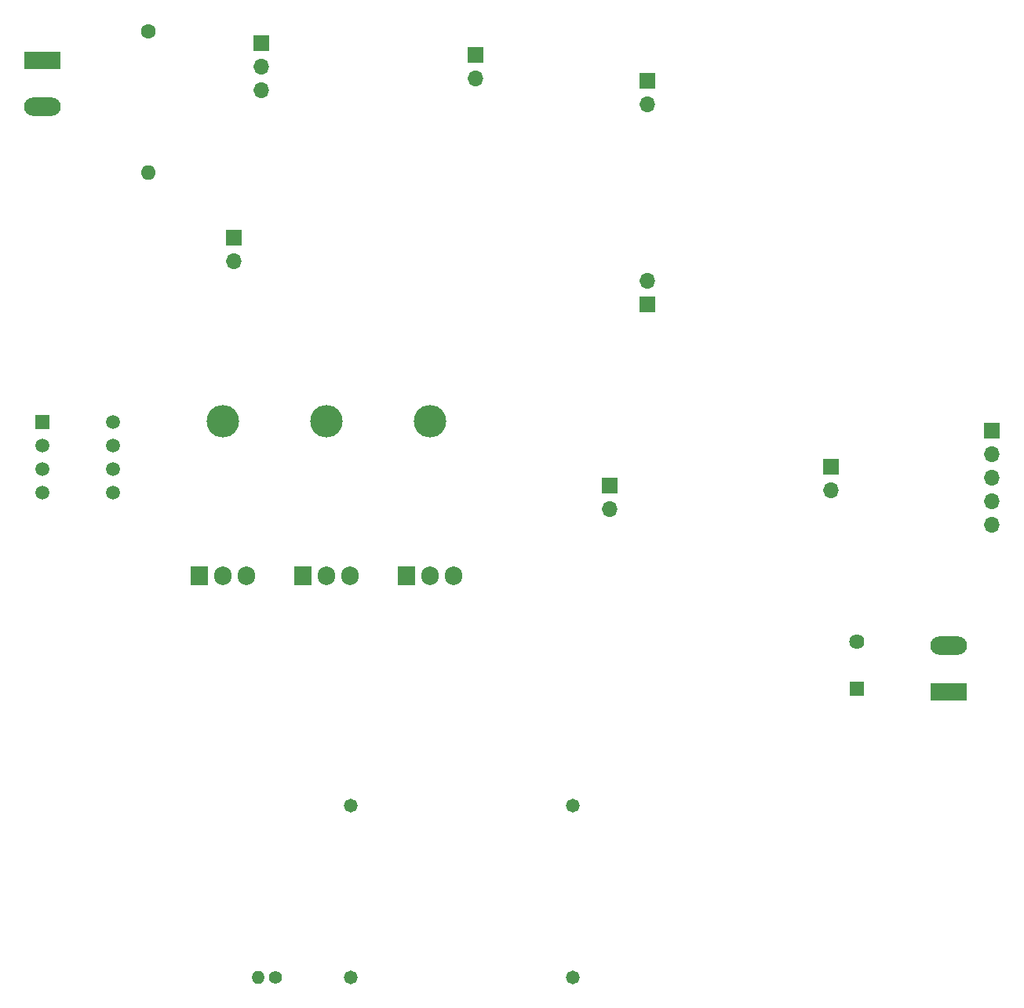
<source format=gbr>
%TF.GenerationSoftware,KiCad,Pcbnew,8.0.6*%
%TF.CreationDate,2025-01-20T17:22:48-07:00*%
%TF.ProjectId,PDU,5044552e-6b69-4636-9164-5f7063625858,rev?*%
%TF.SameCoordinates,Original*%
%TF.FileFunction,Soldermask,Bot*%
%TF.FilePolarity,Negative*%
%FSLAX46Y46*%
G04 Gerber Fmt 4.6, Leading zero omitted, Abs format (unit mm)*
G04 Created by KiCad (PCBNEW 8.0.6) date 2025-01-20 17:22:48*
%MOMM*%
%LPD*%
G01*
G04 APERTURE LIST*
%ADD10C,1.498600*%
%ADD11R,1.498600X1.498600*%
%ADD12R,1.700000X1.700000*%
%ADD13O,1.700000X1.700000*%
%ADD14C,1.473200*%
%ADD15O,3.500000X3.500000*%
%ADD16R,1.905000X2.000000*%
%ADD17O,1.905000X2.000000*%
%ADD18R,1.625600X1.625600*%
%ADD19C,1.625600*%
%ADD20R,3.960000X1.980000*%
%ADD21O,3.960000X1.980000*%
%ADD22C,1.400000*%
%ADD23O,1.400000X1.400000*%
%ADD24C,1.600000*%
%ADD25O,1.600000X1.600000*%
G04 APERTURE END LIST*
D10*
%TO.C,U2*%
X111189381Y-78777000D03*
X111189381Y-81317000D03*
X111189381Y-83857000D03*
X111189381Y-86397000D03*
X103569381Y-86397000D03*
X103569381Y-83857000D03*
X103569381Y-81317000D03*
D11*
X103569381Y-78777000D03*
%TD*%
D12*
%TO.C,J12*%
X205994000Y-79756000D03*
D13*
X205994000Y-82296000D03*
X205994000Y-84836000D03*
X205994000Y-87376000D03*
X205994000Y-89916000D03*
%TD*%
D12*
%TO.C,J7*%
X188659381Y-83598000D03*
D13*
X188659381Y-86138000D03*
%TD*%
D12*
%TO.C,J5*%
X150305381Y-39153000D03*
D13*
X150305381Y-41693000D03*
%TD*%
D14*
%TO.C,R2*%
X160781384Y-138721000D03*
X136781383Y-138721000D03*
%TD*%
D15*
%TO.C,Q1*%
X122989381Y-78713000D03*
D16*
X120449381Y-95373000D03*
D17*
X122989381Y-95373000D03*
X125529381Y-95373000D03*
%TD*%
D18*
%TO.C,F1*%
X191453381Y-107606000D03*
D19*
X191453381Y-102526000D03*
%TD*%
D14*
%TO.C,R4*%
X160781382Y-120179000D03*
X136781381Y-120179000D03*
%TD*%
D12*
%TO.C,J9*%
X168847381Y-41947000D03*
D13*
X168847381Y-44487000D03*
%TD*%
D15*
%TO.C,Q2*%
X134165381Y-78713000D03*
D16*
X131625381Y-95373000D03*
D17*
X134165381Y-95373000D03*
X136705381Y-95373000D03*
%TD*%
D20*
%TO.C,J3*%
X103569381Y-39741000D03*
D21*
X103569381Y-44741000D03*
%TD*%
D22*
%TO.C,TH1*%
X128715381Y-138721000D03*
D23*
X126815381Y-138721000D03*
%TD*%
D12*
%TO.C,J8*%
X168847381Y-66082000D03*
D13*
X168847381Y-63542000D03*
%TD*%
D12*
%TO.C,J6*%
X164783381Y-85630000D03*
D13*
X164783381Y-88170000D03*
%TD*%
D20*
%TO.C,J11*%
X201359381Y-107907000D03*
D21*
X201359381Y-102907000D03*
%TD*%
D24*
%TO.C,R18*%
X114999381Y-36613000D03*
D25*
X114999381Y-51853000D03*
%TD*%
D12*
%TO.C,J4*%
X127191381Y-37883000D03*
D13*
X127191381Y-40423000D03*
X127191381Y-42963000D03*
%TD*%
D15*
%TO.C,Q3*%
X145341381Y-78713000D03*
D16*
X142801381Y-95373000D03*
D17*
X145341381Y-95373000D03*
X147881381Y-95373000D03*
%TD*%
D12*
%TO.C,J10*%
X124185383Y-58866001D03*
D13*
X124185383Y-61406001D03*
%TD*%
M02*

</source>
